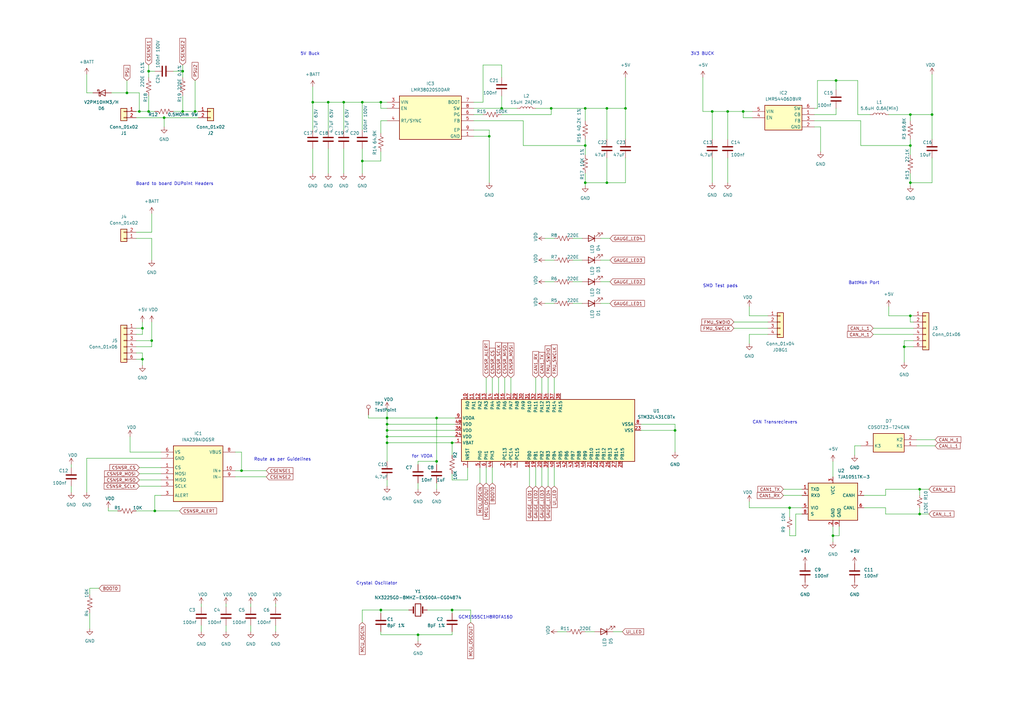
<source format=kicad_sch>
(kicad_sch (version 20230121) (generator eeschema)
  (paper "A3")
  (junction (at 179.07 171.45))
  (junction (at 341.63 219.71))
  (junction (at 52.07 38.1))
  (junction (at 158.75 171.45))
  (junction (at 342.9 33.02))
  (junction (at 158.75 176.53))
  (junction (at 158.75 181.61))
  (junction (at 60.96 45.72))
  (junction (at 140.97 41.91))
  (junction (at 80.01 45.72))
  (junction (at 226.06 44.45))
  (junction (at 58.42 134.62))
  (junction (at 373.38 74.93))
  (junction (at 128.27 41.91))
  (junction (at 240.03 44.45))
  (junction (at 57.15 45.72))
  (junction (at 304.8 45.72))
  (junction (at 158.75 179.07))
  (junction (at 248.92 74.93))
  (junction (at 171.45 260.35))
  (junction (at 240.03 74.93))
  (junction (at 373.38 59.69))
  (junction (at 373.38 129.54))
  (junction (at 292.1 45.72))
  (junction (at 58.42 147.32))
  (junction (at 248.92 44.45))
  (junction (at 148.59 66.04))
  (junction (at 370.84 142.24))
  (junction (at 156.21 250.19))
  (junction (at 185.42 250.19))
  (junction (at 134.62 41.91))
  (junction (at 67.31 48.26))
  (junction (at 323.85 208.28))
  (junction (at 62.23 139.7))
  (junction (at 158.75 173.99))
  (junction (at 373.38 46.99))
  (junction (at 63.5 209.55))
  (junction (at 148.59 41.91))
  (junction (at 200.66 55.88))
  (junction (at 179.07 189.23))
  (junction (at 377.19 210.82))
  (junction (at 205.74 44.45))
  (junction (at 377.19 200.66))
  (junction (at 185.42 181.61))
  (junction (at 276.86 176.53))
  (junction (at 74.93 29.21))
  (junction (at 382.27 46.99))
  (junction (at 99.06 193.04))
  (junction (at 156.21 41.91))
  (junction (at 74.93 45.72))
  (junction (at 240.03 59.69))
  (junction (at 60.96 29.21))
  (junction (at 256.54 44.45))
  (junction (at 298.45 45.72))
  (wire (pts (xy 334.01 52.07) (xy 336.55 52.07)))
  (wire (pts (xy 234.95 97.79) (xy 238.76 97.79)))
  (wire (pts (xy 205.74 44.45) (xy 205.74 39.37)))
  (wire (pts (xy 300.99 132.08) (xy 314.96 132.08)))
  (wire (pts (xy 179.07 171.45) (xy 186.69 171.45)))
  (wire (pts (xy 350.52 186.69) (xy 350.52 182.88)))
  (wire (pts (xy 148.59 60.96) (xy 148.59 66.04)))
  (wire (pts (xy 374.65 129.54) (xy 373.38 129.54)))
  (wire (pts (xy 96.52 195.58) (xy 109.22 195.58)))
  (wire (pts (xy 205.74 26.67) (xy 205.74 31.75)))
  (wire (pts (xy 71.12 45.72) (xy 74.93 45.72)))
  (wire (pts (xy 113.03 259.08) (xy 113.03 256.54)))
  (wire (pts (xy 44.45 209.55) (xy 44.45 208.28)))
  (wire (pts (xy 140.97 41.91) (xy 140.97 53.34)))
  (wire (pts (xy 251.46 259.08) (xy 255.27 259.08)))
  (wire (pts (xy 156.21 66.04) (xy 148.59 66.04)))
  (wire (pts (xy 113.03 247.65) (xy 113.03 248.92)))
  (wire (pts (xy 307.34 205.74) (xy 307.34 208.28)))
  (wire (pts (xy 373.38 46.99) (xy 373.38 49.53)))
  (wire (pts (xy 99.06 185.42) (xy 99.06 193.04)))
  (wire (pts (xy 92.71 259.08) (xy 92.71 256.54)))
  (wire (pts (xy 185.42 181.61) (xy 185.42 186.69)))
  (wire (pts (xy 35.56 30.48) (xy 35.56 38.1)))
  (wire (pts (xy 62.23 142.24) (xy 55.88 142.24)))
  (wire (pts (xy 227.33 154.94) (xy 227.33 161.29)))
  (wire (pts (xy 240.03 259.08) (xy 243.84 259.08)))
  (wire (pts (xy 227.33 191.77) (xy 227.33 199.39)))
  (wire (pts (xy 373.38 132.08) (xy 374.65 132.08)))
  (wire (pts (xy 179.07 171.45) (xy 179.07 189.23)))
  (wire (pts (xy 196.85 191.77) (xy 196.85 198.12)))
  (wire (pts (xy 158.75 176.53) (xy 158.75 179.07)))
  (wire (pts (xy 52.07 38.1) (xy 57.15 38.1)))
  (wire (pts (xy 194.31 44.45) (xy 205.74 44.45)))
  (wire (pts (xy 246.38 106.68) (xy 250.19 106.68)))
  (wire (pts (xy 74.93 45.72) (xy 80.01 45.72)))
  (wire (pts (xy 63.5 209.55) (xy 63.5 203.2)))
  (wire (pts (xy 67.31 48.26) (xy 67.31 52.07)))
  (wire (pts (xy 158.75 171.45) (xy 179.07 171.45)))
  (wire (pts (xy 292.1 64.77) (xy 292.1 74.93)))
  (wire (pts (xy 341.63 215.9) (xy 341.63 219.71)))
  (wire (pts (xy 304.8 48.26) (xy 304.8 45.72)))
  (wire (pts (xy 323.85 208.28) (xy 328.93 208.28)))
  (wire (pts (xy 334.01 44.45) (xy 335.28 44.45)))
  (wire (pts (xy 156.21 62.23) (xy 156.21 66.04)))
  (wire (pts (xy 248.92 44.45) (xy 248.92 57.15)))
  (wire (pts (xy 55.88 97.79) (xy 62.23 97.79)))
  (wire (pts (xy 256.54 31.75) (xy 256.54 44.45)))
  (wire (pts (xy 248.92 44.45) (xy 240.03 44.45)))
  (wire (pts (xy 134.62 60.96) (xy 134.62 71.12)))
  (wire (pts (xy 171.45 200.66) (xy 171.45 198.12)))
  (wire (pts (xy 351.79 33.02) (xy 351.79 46.99)))
  (wire (pts (xy 223.52 106.68) (xy 227.33 106.68)))
  (wire (pts (xy 364.49 125.73) (xy 364.49 129.54)))
  (wire (pts (xy 193.04 250.19) (xy 185.42 250.19)))
  (wire (pts (xy 246.38 124.46) (xy 250.19 124.46)))
  (wire (pts (xy 354.33 203.2) (xy 363.22 203.2)))
  (wire (pts (xy 156.21 44.45) (xy 156.21 41.91)))
  (wire (pts (xy 156.21 250.19) (xy 156.21 251.46)))
  (wire (pts (xy 158.75 44.45) (xy 156.21 44.45)))
  (wire (pts (xy 60.96 45.72) (xy 63.5 45.72)))
  (wire (pts (xy 185.42 250.19) (xy 185.42 251.46)))
  (wire (pts (xy 288.29 31.75) (xy 288.29 45.72)))
  (wire (pts (xy 382.27 30.48) (xy 382.27 46.99)))
  (wire (pts (xy 74.93 29.21) (xy 74.93 31.75)))
  (wire (pts (xy 128.27 35.56) (xy 128.27 41.91)))
  (wire (pts (xy 326.39 219.71) (xy 326.39 210.82)))
  (wire (pts (xy 217.17 199.39) (xy 217.17 191.77)))
  (wire (pts (xy 363.22 210.82) (xy 377.19 210.82)))
  (wire (pts (xy 363.22 203.2) (xy 363.22 200.66)))
  (wire (pts (xy 363.22 200.66) (xy 377.19 200.66)))
  (wire (pts (xy 35.56 201.93) (xy 35.56 187.96)))
  (wire (pts (xy 350.52 182.88) (xy 353.06 182.88)))
  (wire (pts (xy 55.88 45.72) (xy 57.15 45.72)))
  (wire (pts (xy 29.21 201.93) (xy 29.21 199.39)))
  (wire (pts (xy 307.34 129.54) (xy 314.96 129.54)))
  (wire (pts (xy 307.34 208.28) (xy 323.85 208.28)))
  (wire (pts (xy 175.26 250.19) (xy 185.42 250.19)))
  (wire (pts (xy 53.34 185.42) (xy 66.04 185.42)))
  (wire (pts (xy 198.12 41.91) (xy 194.31 41.91)))
  (wire (pts (xy 246.38 115.57) (xy 250.19 115.57)))
  (wire (pts (xy 353.06 49.53) (xy 353.06 59.69)))
  (wire (pts (xy 200.66 53.34) (xy 200.66 55.88)))
  (wire (pts (xy 62.23 139.7) (xy 62.23 142.24)))
  (wire (pts (xy 128.27 41.91) (xy 134.62 41.91)))
  (wire (pts (xy 148.59 255.27) (xy 148.59 250.19)))
  (wire (pts (xy 353.06 59.69) (xy 373.38 59.69)))
  (wire (pts (xy 370.84 142.24) (xy 374.65 142.24)))
  (wire (pts (xy 341.63 219.71) (xy 341.63 222.25)))
  (wire (pts (xy 224.79 199.39) (xy 224.79 191.77)))
  (wire (pts (xy 300.99 134.62) (xy 314.96 134.62)))
  (wire (pts (xy 323.85 208.28) (xy 323.85 212.09)))
  (wire (pts (xy 240.03 74.93) (xy 240.03 76.2)))
  (wire (pts (xy 185.42 196.85) (xy 191.77 196.85)))
  (wire (pts (xy 194.31 46.99) (xy 198.12 46.99)))
  (wire (pts (xy 158.75 173.99) (xy 186.69 173.99)))
  (wire (pts (xy 58.42 144.78) (xy 55.88 144.78)))
  (wire (pts (xy 58.42 149.86) (xy 58.42 147.32)))
  (wire (pts (xy 57.15 196.85) (xy 66.04 196.85)))
  (wire (pts (xy 370.84 142.24) (xy 370.84 148.59)))
  (wire (pts (xy 223.52 124.46) (xy 227.33 124.46)))
  (wire (pts (xy 185.42 194.31) (xy 185.42 196.85)))
  (wire (pts (xy 199.39 154.94) (xy 199.39 161.29)))
  (wire (pts (xy 71.12 29.21) (xy 74.93 29.21)))
  (wire (pts (xy 256.54 74.93) (xy 248.92 74.93)))
  (wire (pts (xy 74.93 26.67) (xy 74.93 29.21)))
  (wire (pts (xy 276.86 176.53) (xy 276.86 185.42)))
  (wire (pts (xy 158.75 181.61) (xy 158.75 189.23)))
  (wire (pts (xy 148.59 41.91) (xy 156.21 41.91)))
  (wire (pts (xy 323.85 219.71) (xy 326.39 219.71)))
  (wire (pts (xy 128.27 60.96) (xy 128.27 71.12)))
  (wire (pts (xy 248.92 74.93) (xy 240.03 74.93)))
  (wire (pts (xy 240.03 44.45) (xy 226.06 44.45)))
  (wire (pts (xy 45.72 38.1) (xy 52.07 38.1)))
  (wire (pts (xy 344.17 219.71) (xy 341.63 219.71)))
  (wire (pts (xy 334.01 49.53) (xy 353.06 49.53)))
  (wire (pts (xy 334.01 46.99) (xy 342.9 46.99)))
  (wire (pts (xy 198.12 41.91) (xy 198.12 26.67)))
  (wire (pts (xy 370.84 139.7) (xy 374.65 139.7)))
  (wire (pts (xy 335.28 44.45) (xy 335.28 33.02)))
  (wire (pts (xy 96.52 185.42) (xy 99.06 185.42)))
  (wire (pts (xy 158.75 173.99) (xy 158.75 176.53)))
  (wire (pts (xy 298.45 64.77) (xy 298.45 74.93)))
  (wire (pts (xy 185.42 259.08) (xy 185.42 260.35)))
  (wire (pts (xy 209.55 154.94) (xy 209.55 161.29)))
  (wire (pts (xy 67.31 48.26) (xy 81.28 48.26)))
  (wire (pts (xy 314.96 137.16) (xy 307.34 137.16)))
  (wire (pts (xy 58.42 147.32) (xy 55.88 147.32)))
  (wire (pts (xy 205.74 44.45) (xy 212.09 44.45)))
  (wire (pts (xy 80.01 45.72) (xy 81.28 45.72)))
  (wire (pts (xy 228.6 259.08) (xy 232.41 259.08)))
  (wire (pts (xy 382.27 74.93) (xy 373.38 74.93)))
  (wire (pts (xy 377.19 208.28) (xy 377.19 210.82)))
  (wire (pts (xy 382.27 57.15) (xy 382.27 46.99)))
  (wire (pts (xy 62.23 87.63) (xy 62.23 95.25)))
  (wire (pts (xy 57.15 45.72) (xy 60.96 45.72)))
  (wire (pts (xy 226.06 46.99) (xy 205.74 46.99)))
  (wire (pts (xy 240.03 44.45) (xy 240.03 49.53)))
  (wire (pts (xy 234.95 106.68) (xy 238.76 106.68)))
  (wire (pts (xy 62.23 139.7) (xy 55.88 139.7)))
  (wire (pts (xy 204.47 154.94) (xy 204.47 161.29)))
  (wire (pts (xy 199.39 191.77) (xy 199.39 198.12)))
  (wire (pts (xy 171.45 260.35) (xy 171.45 262.89)))
  (wire (pts (xy 323.85 217.17) (xy 323.85 219.71)))
  (wire (pts (xy 198.12 26.67) (xy 205.74 26.67)))
  (wire (pts (xy 128.27 41.91) (xy 128.27 53.34)))
  (wire (pts (xy 55.88 209.55) (xy 63.5 209.55)))
  (wire (pts (xy 335.28 33.02) (xy 342.9 33.02)))
  (wire (pts (xy 158.75 176.53) (xy 186.69 176.53)))
  (wire (pts (xy 219.71 154.94) (xy 219.71 161.29)))
  (wire (pts (xy 383.54 182.88) (xy 375.92 182.88)))
  (wire (pts (xy 240.03 57.15) (xy 240.03 59.69)))
  (wire (pts (xy 102.87 247.65) (xy 102.87 248.92)))
  (wire (pts (xy 240.03 71.12) (xy 240.03 74.93)))
  (wire (pts (xy 156.21 49.53) (xy 158.75 49.53)))
  (wire (pts (xy 256.54 64.77) (xy 256.54 74.93)))
  (wire (pts (xy 57.15 191.77) (xy 66.04 191.77)))
  (wire (pts (xy 191.77 196.85) (xy 191.77 191.77)))
  (wire (pts (xy 222.25 154.94) (xy 222.25 161.29)))
  (wire (pts (xy 201.93 154.94) (xy 201.93 161.29)))
  (wire (pts (xy 256.54 44.45) (xy 248.92 44.45)))
  (wire (pts (xy 82.55 259.08) (xy 82.55 256.54)))
  (wire (pts (xy 158.75 179.07) (xy 158.75 181.61)))
  (wire (pts (xy 262.89 176.53) (xy 276.86 176.53)))
  (wire (pts (xy 224.79 154.94) (xy 224.79 161.29)))
  (wire (pts (xy 55.88 137.16) (xy 58.42 137.16)))
  (wire (pts (xy 57.15 199.39) (xy 66.04 199.39)))
  (wire (pts (xy 148.59 41.91) (xy 148.59 53.34)))
  (wire (pts (xy 96.52 193.04) (xy 99.06 193.04)))
  (wire (pts (xy 60.96 39.37) (xy 60.96 45.72)))
  (wire (pts (xy 342.9 33.02) (xy 342.9 36.83)))
  (wire (pts (xy 214.63 59.69) (xy 214.63 49.53)))
  (wire (pts (xy 185.42 181.61) (xy 186.69 181.61)))
  (wire (pts (xy 344.17 215.9) (xy 344.17 219.71)))
  (wire (pts (xy 53.34 179.07) (xy 53.34 185.42)))
  (wire (pts (xy 58.42 137.16) (xy 58.42 134.62)))
  (wire (pts (xy 167.64 250.19) (xy 156.21 250.19)))
  (wire (pts (xy 194.31 55.88) (xy 200.66 55.88)))
  (wire (pts (xy 179.07 189.23) (xy 179.07 190.5)))
  (wire (pts (xy 383.54 180.34) (xy 375.92 180.34)))
  (wire (pts (xy 158.75 181.61) (xy 185.42 181.61)))
  (wire (pts (xy 60.96 26.67) (xy 60.96 29.21)))
  (wire (pts (xy 246.38 97.79) (xy 250.19 97.79)))
  (wire (pts (xy 298.45 45.72) (xy 298.45 57.15)))
  (wire (pts (xy 373.38 74.93) (xy 373.38 76.2)))
  (wire (pts (xy 342.9 46.99) (xy 342.9 44.45)))
  (wire (pts (xy 307.34 125.73) (xy 307.34 129.54)))
  (wire (pts (xy 377.19 200.66) (xy 377.19 203.2)))
  (wire (pts (xy 373.38 129.54) (xy 373.38 132.08)))
  (wire (pts (xy 134.62 41.91) (xy 140.97 41.91)))
  (wire (pts (xy 179.07 198.12) (xy 179.07 200.66)))
  (wire (pts (xy 58.42 147.32) (xy 58.42 144.78)))
  (wire (pts (xy 256.54 57.15) (xy 256.54 44.45)))
  (wire (pts (xy 57.15 38.1) (xy 57.15 45.72)))
  (wire (pts (xy 156.21 259.08) (xy 156.21 260.35)))
  (wire (pts (xy 223.52 97.79) (xy 227.33 97.79)))
  (wire (pts (xy 151.13 170.18) (xy 151.13 171.45)))
  (wire (pts (xy 234.95 115.57) (xy 238.76 115.57)))
  (wire (pts (xy 62.23 132.08) (xy 62.23 139.7)))
  (wire (pts (xy 222.25 199.39) (xy 222.25 191.77)))
  (wire (pts (xy 373.38 57.15) (xy 373.38 59.69)))
  (wire (pts (xy 226.06 44.45) (xy 226.06 46.99)))
  (wire (pts (xy 158.75 171.45) (xy 158.75 173.99)))
  (wire (pts (xy 140.97 60.96) (xy 140.97 71.12)))
  (wire (pts (xy 336.55 52.07) (xy 336.55 62.23)))
  (wire (pts (xy 194.31 53.34) (xy 200.66 53.34)))
  (wire (pts (xy 156.21 54.61) (xy 156.21 49.53)))
  (wire (pts (xy 363.22 208.28) (xy 363.22 210.82)))
  (wire (pts (xy 35.56 38.1) (xy 38.1 38.1)))
  (wire (pts (xy 36.83 257.81) (xy 36.83 251.46)))
  (wire (pts (xy 219.71 199.39) (xy 219.71 191.77)))
  (wire (pts (xy 151.13 171.45) (xy 158.75 171.45)))
  (wire (pts (xy 36.83 243.84) (xy 36.83 241.3)))
  (wire (pts (xy 48.26 209.55) (xy 44.45 209.55)))
  (wire (pts (xy 134.62 41.91) (xy 134.62 53.34)))
  (wire (pts (xy 214.63 59.69) (xy 240.03 59.69)))
  (wire (pts (xy 307.34 137.16) (xy 307.34 140.97)))
  (wire (pts (xy 219.71 44.45) (xy 226.06 44.45)))
  (wire (pts (xy 52.07 33.02) (xy 52.07 38.1)))
  (wire (pts (xy 156.21 260.35) (xy 171.45 260.35)))
  (wire (pts (xy 382.27 46.99) (xy 373.38 46.99)))
  (wire (pts (xy 234.95 124.46) (xy 238.76 124.46)))
  (wire (pts (xy 62.23 95.25) (xy 55.88 95.25)))
  (wire (pts (xy 342.9 33.02) (xy 351.79 33.02)))
  (wire (pts (xy 223.52 115.57) (xy 227.33 115.57)))
  (wire (pts (xy 201.93 191.77) (xy 201.93 198.12)))
  (wire (pts (xy 57.15 194.31) (xy 66.04 194.31)))
  (wire (pts (xy 374.65 137.16) (xy 358.14 137.16)))
  (wire (pts (xy 364.49 129.54) (xy 373.38 129.54)))
  (wire (pts (xy 99.06 193.04) (xy 109.22 193.04)))
  (wire (pts (xy 63.5 203.2) (xy 66.04 203.2)))
  (wire (pts (xy 374.65 134.62) (xy 358.14 134.62)))
  (wire (pts (xy 102.87 259.08) (xy 102.87 256.54)))
  (wire (pts (xy 92.71 247.65) (xy 92.71 248.92)))
  (wire (pts (xy 298.45 45.72) (xy 304.8 45.72)))
  (wire (pts (xy 292.1 45.72) (xy 292.1 57.15)))
  (wire (pts (xy 36.83 241.3) (xy 40.64 241.3)))
  (wire (pts (xy 29.21 190.5) (xy 29.21 191.77)))
  (wire (pts (xy 140.97 41.91) (xy 148.59 41.91)))
  (wire (pts (xy 321.31 203.2) (xy 328.93 203.2)))
  (wire (pts (xy 341.63 189.23) (xy 341.63 195.58)))
  (wire (pts (xy 377.19 200.66) (xy 381 200.66)))
  (wire (pts (xy 288.29 45.72) (xy 292.1 45.72)))
  (wire (pts (xy 60.96 29.21) (xy 60.96 31.75)))
  (wire (pts (xy 171.45 189.23) (xy 179.07 189.23)))
  (wire (pts (xy 193.04 255.27) (xy 193.04 250.19)))
  (wire (pts (xy 354.33 208.28) (xy 363.22 208.28)))
  (wire (pts (xy 185.42 260.35) (xy 171.45 260.35)))
  (wire (pts (xy 58.42 132.08) (xy 58.42 134.62)))
  (wire (pts (xy 240.03 59.69) (xy 240.03 63.5)))
  (wire (pts (xy 351.79 46.99) (xy 356.87 46.99)))
  (wire (pts (xy 382.27 64.77) (xy 382.27 74.93)))
  (wire (pts (xy 207.01 154.94) (xy 207.01 161.29)))
  (wire (pts (xy 158.75 167.64) (xy 158.75 171.45)))
  (wire (pts (xy 148.59 250.19) (xy 156.21 250.19)))
  (wire (pts (xy 171.45 190.5) (xy 171.45 189.23)))
  (wire (pts (xy 276.86 173.99) (xy 276.86 176.53)))
  (wire (pts (xy 60.96 29.21) (xy 63.5 29.21)))
  (wire (pts (xy 292.1 45.72) (xy 298.45 45.72)))
  (wire (pts (xy 55.88 48.26) (xy 67.31 48.26)))
  (wire (pts (xy 35.56 187.96) (xy 66.04 187.96)))
  (wire (pts (xy 377.19 210.82) (xy 381 210.82)))
  (wire (pts (xy 370.84 139.7) (xy 370.84 142.24)))
  (wire (pts (xy 326.39 210.82) (xy 328.93 210.82)))
  (wire (pts (xy 156.21 41.91) (xy 158.75 41.91)))
  (wire (pts (xy 373.38 71.12) (xy 373.38 74.93)))
  (wire (pts (xy 214.63 49.53) (xy 194.31 49.53)))
  (wire (pts (xy 321.31 200.66) (xy 328.93 200.66)))
  (wire (pts (xy 158.75 196.85) (xy 158.75 199.39)))
  (wire (pts (xy 364.49 46.99) (xy 373.38 46.99)))
  (wire (pts (xy 80.01 33.02) (xy 80.01 45.72)))
  (wire (pts (xy 248.92 64.77) (xy 248.92 74.93)))
  (wire (pts (xy 200.66 55.88) (xy 200.66 74.93)))
  (wire (pts (xy 304.8 45.72) (xy 308.61 45.72)))
  (wire (pts (xy 308.61 48.26) (xy 304.8 48.26)))
  (wire (pts (xy 58.42 134.62) (xy 55.88 134.62)))
  (wire (pts (xy 74.93 39.37) (xy 74.93 45.72)))
  (wire (pts (xy 82.55 247.65) (xy 82.55 248.92)))
  (wire (pts (xy 373.38 59.69) (xy 373.38 63.5)))
  (wire (pts (xy 158.75 179.07) (xy 186.69 179.07)))
  (wire (pts (xy 73.66 209.55) (xy 63.5 209.55)))
  (wire (pts (xy 262.89 173.99) (xy 276.86 173.99)))
  (wire (pts (xy 148.59 66.04) (xy 148.59 71.12)))
  (wire (pts (xy 62.23 97.79) (xy 62.23 106.68)))
  (text "Crystal Oscillator" (at 146.05 240.03 0) (effects (font (size 1.27 1.27)) (justify left bottom)))
  (text "5V Buck" (at 123.19 22.86 0) (effects (font (size 1.27 1.27)) (justify left bottom)))
  (text "BattMon Port" (at 347.98 116.84 0) (effects (font (size 1.27 1.27)) (justify left bottom)))
  (text "Route as per Guidelines" (at 104.14 189.23 0) (effects (font (size 1.27 1.27)) (justify left bottom)))
  (text "SMD Test pads" (at 288.29 118.11 0) (effects (font (size 1.27 1.27)) (justify left bottom)))
  (text "GCM1555C1H8R0FA16D" (at 187.96 254 0) (effects (font (size 1.27 1.27)) (justify left bottom)))
  (text "CAN Transrecievers" (at 308.61 173.99 0) (effects (font (size 1.27 1.27)) (justify left bottom)))
  (text "Board to board DUPoint Headers" (at 87.63 76.2 0) (effects (font (size 1.27 1.27)) (justify right bottom)))
  (text "3V3 BUCK" (at 283.21 22.86 0) (effects (font (size 1.27 1.27)) (justify left bottom)))
  (text "for VDDA" (at 168.91 187.96 0) (effects (font (size 1.27 1.27)) (justify left bottom)))
  (global_label "PSU2" (shape input) (at 80.01 33.02 90) (property "Intersheetrefs" "${INTERSHEET_REFS}" (effects hide)))
  (global_label "GAUGE_LED1" (shape input) (at 250.19 124.46 0) (property "Intersheetrefs" "${INTERSHEET_REFS}" (effects hide)))
  (global_label "PSU" (shape input) (at 52.07 33.02 90) (property "Intersheetrefs" "${INTERSHEET_REFS}" (effects hide)))
  (global_label "CSENSE1" (shape input) (at 60.96 26.67 90) (property "Intersheetrefs" "${INTERSHEET_REFS}" (effects hide)))
  (global_label "UI_LED" (shape input) (at 227.33 199.39 270) (property "Intersheetrefs" "${INTERSHEET_REFS}" (effects hide)))
  (global_label "CAN1_TX" (shape input) (at 222.25 154.94 90) (property "Intersheetrefs" "${INTERSHEET_REFS}" (effects hide)))
  (global_label "CSNSR_ALERT" (shape input) (at 199.39 154.94 90) (property "Intersheetrefs" "${INTERSHEET_REFS}" (effects hide)))
  (global_label "CSNSR_MOSI" (shape input) (at 209.55 154.94 90) (property "Intersheetrefs" "${INTERSHEET_REFS}" (effects hide)))
  (global_label "CAN1_RX" (shape input) (at 321.31 203.2 180) (property "Intersheetrefs" "${INTERSHEET_REFS}" (effects hide)))
  (global_label "CSENSE2" (shape input) (at 74.93 26.67 90) (property "Intersheetrefs" "${INTERSHEET_REFS}" (effects hide)))
  (global_label "GAUGE_LED2" (shape input) (at 219.71 199.39 270) (property "Intersheetrefs" "${INTERSHEET_REFS}" (effects hide)))
  (global_label "MCU_OSCOUT" (shape input) (at 199.39 198.12 270) (property "Intersheetrefs" "${INTERSHEET_REFS}" (effects hide)))
  (global_label "GAUGE_LED3" (shape input) (at 250.19 106.68 0) (property "Intersheetrefs" "${INTERSHEET_REFS}" (effects hide)))
  (global_label "CSNSR_MISO" (shape input) (at 207.01 154.94 90) (property "Intersheetrefs" "${INTERSHEET_REFS}" (effects hide)))
  (global_label "GAUGE_LED4" (shape input) (at 250.19 97.79 0) (property "Intersheetrefs" "${INTERSHEET_REFS}" (effects hide)))
  (global_label "CSENSE2" (shape input) (at 109.22 195.58 0) (property "Intersheetrefs" "${INTERSHEET_REFS}" (effects hide)))
  (global_label "CAN_L_1" (shape input) (at 383.54 182.88 0) (property "Intersheetrefs" "${INTERSHEET_REFS}" (effects hide)))
  (global_label "FMU_SWDIO" (shape input) (at 224.79 154.94 90) (property "Intersheetrefs" "${INTERSHEET_REFS}" (effects hide)))
  (global_label "CSENSE1" (shape input) (at 109.22 193.04 0) (property "Intersheetrefs" "${INTERSHEET_REFS}" (effects hide)))
  (global_label "CAN_L_1" (shape input) (at 381 210.82 0) (property "Intersheetrefs" "${INTERSHEET_REFS}" (effects hide)))
  (global_label "GAUGE_LED4" (shape input) (at 224.79 199.39 270) (property "Intersheetrefs" "${INTERSHEET_REFS}" (effects hide)))
  (global_label "CSNSR_SCLK" (shape input) (at 204.47 154.94 90) (property "Intersheetrefs" "${INTERSHEET_REFS}" (effects hide)))
  (global_label "CAN_H_1" (shape input) (at 358.14 137.16 180) (property "Intersheetrefs" "${INTERSHEET_REFS}" (effects hide)))
  (global_label "CSNSR_CS" (shape input) (at 201.93 154.94 90) (property "Intersheetrefs" "${INTERSHEET_REFS}" (effects hide)))
  (global_label "FMU_SWCLK" (shape input) (at 227.33 154.94 90) (property "Intersheetrefs" "${INTERSHEET_REFS}" (effects hide)))
  (global_label "UI_LED" (shape input) (at 255.27 259.08 0) (property "Intersheetrefs" "${INTERSHEET_REFS}" (effects hide)))
  (global_label "FMU_SWDIO" (shape input) (at 300.99 132.08 180) (property "Intersheetrefs" "${INTERSHEET_REFS}" (effects hide)))
  (global_label "BOOT0" (shape input) (at 40.64 241.3 0) (property "Intersheetrefs" "${INTERSHEET_REFS}" (effects hide)))
  (global_label "CAN1_RX" (shape input) (at 219.71 154.94 90) (property "Intersheetrefs" "${INTERSHEET_REFS}" (effects hide)))
  (global_label "CAN_L_1" (shape input) (at 358.14 134.62 180) (property "Intersheetrefs" "${INTERSHEET_REFS}" (effects hide)))
  (global_label "FMU_SWCLK" (shape input) (at 300.99 134.62 180) (property "Intersheetrefs" "${INTERSHEET_REFS}" (effects hide)))
  (global_label "MCU_OSCIN" (shape input) (at 148.59 255.27 270) (property "Intersheetrefs" "${INTERSHEET_REFS}" (effects hide)))
  (global_label "CSNSR_SCLK" (shape input) (at 57.15 199.39 180) (property "Intersheetrefs" "${INTERSHEET_REFS}" (effects hide)))
  (global_label "BOOT0" (shape input) (at 201.93 198.12 270) (property "Intersheetrefs" "${INTERSHEET_REFS}" (effects hide)))
  (global_label "GAUGE_LED3" (shape input) (at 222.25 199.39 270) (property "Intersheetrefs" "${INTERSHEET_REFS}" (effects hide)))
  (global_label "MCU_OSCIN" (shape input) (at 196.85 198.12 270) (property "Intersheetrefs" "${INTERSHEET_REFS}" (effects hide)))
  (global_label "CAN_H_1" (shape input) (at 383.54 180.34 0) (property "Intersheetrefs" "${INTERSHEET_REFS}" (effects hide)))
  (global_label "CSNSR_ALERT" (shape input) (at 73.66 209.55 0) (property "Intersheetrefs" "${INTERSHEET_REFS}" (effects hide)))
  (global_label "GAUGE_LED1" (shape input) (at 217.17 199.39 270) (property "Intersheetrefs" "${INTERSHEET_REFS}" (effects hide)))
  (global_label "CAN_H_1" (shape input) (at 381 200.66 0) (property "Intersheetrefs" "${INTERSHEET_REFS}" (effects hide)))
  (global_label "CSNSR_CS" (shape input) (at 57.15 191.77 180) (property "Intersheetrefs" "${INTERSHEET_REFS}" (effects hide)))
  (global_label "CSNSR_MOSI" (shape input) (at 57.15 194.31 180) (property "Intersheetrefs" "${INTERSHEET_REFS}" (effects hide)))
  (global_label "CAN1_TX" (shape input) (at 321.31 200.66 180) (property "Intersheetrefs" "${INTERSHEET_REFS}" (effects hide)))
  (global_label "GAUGE_LED2" (shape input) (at 250.19 115.57 0) (property "Intersheetrefs" "${INTERSHEET_REFS}" (effects hide)))
  (global_label "CSNSR_MISO" (shape input) (at 57.15 196.85 180) (property "Intersheetrefs" "${INTERSHEET_REFS}" (effects hide)))
  (global_label "MCU_OSCOUT" (shape input) (at 193.04 255.27 270) (property "Intersheetrefs" "${INTERSHEET_REFS}" (effects hide)))
  (symbol (lib_id "power:VDD") (at 223.52 115.57 90) (unit 1)
    (property "Reference" "#PWR015" (effects hide))
    (property "Value" "VDD" (at 219.71 116.84 0) (effects (justify left)))
  )
  (symbol (lib_id "Device:R_Small_US") (at 377.19 205.74 0) (unit 1)
    (property "Reference" "R10" (at 379.73 203.2 90))
    (property "Value" "120E" (at 379.73 208.28 90))
    (property "Footprint" "Resistor_SMD:R_0402_1005Metric" (effects hide))
  )
  (symbol (lib_id "power:+5V") (at 341.63 189.23 0) (unit 1)
    (property "Reference" "#PWR029" (effects hide))
    (property "Value" "+5V" (at 341.63 184.15 0))
  )
  (symbol (lib_id "power:GND") (at 58.42 149.86 0) (mirror y) (unit 1)
    (property "Reference" "#PWR037" (effects hide))
    (property "Value" "GND" (at 58.42 154.94 0))
  )
  (symbol (lib_id "Device:C") (at 350.52 234.95 0) (unit 1)
    (property "Reference" "C11" (at 354.33 233.6799 0) (effects (justify left)))
    (property "Value" "100nF" (at 354.33 236.2199 0) (effects (justify left)))
    (property "Footprint" "Capacitor_SMD:C_0201_0603Metric" (effects hide))
  )
  (symbol (lib_id "Device:R_US") (at 240.03 67.31 0) (unit 1)
    (property "Reference" "R17" (at 238.76 69.85 90) (effects (justify right)))
    (property "Value" "10K 1%" (at 238.76 60.96 90) (effects (justify right)))
    (property "Footprint" "Capacitor_SMD:C_0201_0603Metric" (effects hide))
  )
  (symbol (lib_id "power:GND") (at 330.2 238.76 0) (unit 1)
    (property "Reference" "#PWR023" (effects hide))
    (property "Value" "GND" (at 330.2 243.84 0))
  )
  (symbol (lib_id "Device:C") (at 248.92 60.96 0) (unit 1)
    (property "Reference" "C22" (at 245.11 58.42 0) (effects (justify left)))
    (property "Value" "47uF" (at 243.84 63.5 0) (effects (justify left)))
    (property "Footprint" "Capacitor_SMD:C_0805_2012Metric" (effects hide))
  )
  (symbol (lib_id "Device:R_US") (at 67.31 45.72 270) (mirror x) (unit 1)
    (property "Reference" "R12" (at 64.77 46.99 90) (effects (justify right)))
    (property "Value" "0.5MOhm 9W" (at 81.28 46.99 90) (effects (justify right)))
    (property "Footprint" "BVS-M-R0005-1.0:BVS-M-R0005-1.0" (effects hide))
  )
  (symbol (lib_id "power:+BATT") (at 62.23 87.63 0) (mirror y) (unit 1)
    (property "Reference" "#PWR033" (effects hide))
    (property "Value" "+BATT" (at 62.23 82.55 0))
  )
  (symbol (lib_id "power:GND") (at 29.21 201.93 0) (unit 1)
    (property "Reference" "#PWR040" (effects hide))
    (property "Value" "GND" (at 29.21 207.01 0))
  )
  (symbol (lib_id "power:GND") (at 292.1 74.93 0) (unit 1)
    (property "Reference" "#PWR045" (effects hide))
    (property "Value" "GND" (at 292.1 80.01 0))
  )
  (symbol (lib_id "Device:D_Schottky") (at 41.91 38.1 0) (unit 1)
    (property "Reference" "D6" (at 41.5925 44.45 0))
    (property "Value" "V2PM10HM3/H" (at 41.5925 41.91 0))
    (property "Footprint" "Diode_SMD:D_MicroSMP_AK" (effects hide))
  )
  (symbol (lib_id "power:GND") (at 92.71 259.08 0) (unit 1)
    (property "Reference" "#PWR07" (effects hide))
    (property "Value" "GND" (at 92.71 264.16 0))
  )
  (symbol (lib_id "power:GND") (at 373.38 76.2 0) (unit 1)
    (property "Reference" "#PWR048" (effects hide))
    (property "Value" "GND" (at 373.38 81.28 0))
  )
  (symbol (lib_id "power:GND") (at 307.34 140.97 0) (unit 1)
    (property "Reference" "#PWR019" (effects hide))
    (property "Value" "GND" (at 307.34 146.05 0))
  )
  (symbol (lib_id "Device:C") (at 158.75 193.04 0) (unit 1)
    (property "Reference" "C10" (at 154.94 190.5 0) (effects (justify left)))
    (property "Value" "4.7uF" (at 153.67 195.58 0) (effects (justify left)))
    (property "Footprint" "Capacitor_SMD:C_0201_0603Metric" (effects hide))
  )
  (symbol (lib_id "Device:R_US") (at 240.03 53.34 0) (unit 1)
    (property "Reference" "R16" (at 237.49 54.61 90) (effects (justify right)))
    (property "Value" "40.2K 1%" (at 237.49 44.45 90) (effects (justify right)))
    (property "Footprint" "Capacitor_SMD:C_0201_0603Metric" (effects hide))
  )
  (symbol (lib_id "INA239AIDGSR:INA239AIDGSR") (at 64.77 181.61 0) (unit 1)
    (property "Reference" "IC1" (at 81.28 177.8 0))
    (property "Value" "INA239AIDGSR" (at 81.28 180.34 0))
    (property "Footprint" "INA239AIDGSR:SOP50P490X110-10N" (effects hide))
    (property "Datasheet" "https://www.ti.com/lit/ds/symlink/ina239.pdf?ts=1614782670721" (effects hide))
    (property "Height" "1.1" (effects hide))
    (property "Mouser Part Number" "595-INA239AIDGSR" (effects hide))
    (property "Mouser Price/Stock" "https://www.mouser.co.uk/ProductDetail/Texas-Instruments/INA239AIDGSR?qs=DRkmTr78QASO8y6Kfjsnog%3D%3D" (effects hide))
    (property "Manufacturer_Name" "Texas Instruments" (effects hide))
    (property "Manufacturer_Part_Number" "INA239AIDGSR" (effects hide))
  )
  (symbol (lib_id "Device:Crystal") (at 171.45 250.19 0) (unit 1)
    (property "Reference" "Y1" (at 171.45 242.57 0))
    (property "Value" "NX3225GD-8MHZ-EXS00A-CG04874\n" (at 171.45 245.11 0))
    (property "Footprint" "NX3225GD-8MHZ-EXS00A-CG04874:NX3225GD8MHZSTDCRA3" (effects hide))
  )
  (symbol (lib_id "Device:LED") (at 242.57 106.68 180) (unit 1)
    (property "Reference" "D3" (at 245.4275 109.22 90) (effects (justify left)))
    (property "Value" "LED" (at 242.8875 109.22 90) (effects (justify left)))
    (property "Footprint" "LED_SMD:LED_0603_1608Metric" (effects hide))
  )
  (symbol (lib_id "Device:C") (at 205.74 35.56 0) (unit 1)
    (property "Reference" "C21" (at 200.66 33.02 0) (effects (justify left)))
    (property "Value" "100nf" (at 198.12 38.1 0) (effects (justify left)))
    (property "Footprint" "Capacitor_SMD:C_0201_0603Metric" (effects hide))
  )
  (symbol (lib_id "power:VDD") (at 223.52 97.79 90) (unit 1)
    (property "Reference" "#PWR017" (effects hide))
    (property "Value" "VDD" (at 219.71 99.06 0) (effects (justify left)))
  )
  (symbol (lib_id "Device:L") (at 360.68 46.99 90) (unit 1)
    (property "Reference" "L1" (at 360.68 41.91 90))
    (property "Value" "5.6uH 0.6A(Min)" (at 360.68 44.45 90))
    (property "Footprint" "78438356056 :Inductor" (effects hide))
  )
  (symbol (lib_id "power:VDD") (at 92.71 247.65 0) (unit 1)
    (property "Reference" "#PWR06" (effects hide))
    (property "Value" "VDD" (at 91.44 243.84 0) (effects (justify left)))
  )
  (symbol (lib_id "Connector:TestPoint") (at 151.13 170.18 0) (unit 1)
    (property "Reference" "TP2" (at 153.67 165.608 0) (effects (justify left)))
    (property "Value" "TestPoint" (at 153.67 168.148 0) (effects (justify left)))
    (property "Footprint" "TestPoint:TestPoint_Pad_D1.0mm" (effects hide))
  )
  (symbol (lib_id "power:+BATT") (at 35.56 30.48 0) (unit 1)
    (property "Reference" "#PWR032" (effects hide))
    (property "Value" "+BATT" (at 35.56 25.4 0))
  )
  (symbol (lib_id "power:+5V") (at 350.52 231.14 0) (unit 1)
    (property "Reference" "#PWR031" (effects hide))
    (property "Value" "+5V" (at 350.52 226.06 0))
  )
  (symbol (lib_id "Connector_Generic:Conn_01x04") (at 320.04 132.08 0) (unit 1)
    (property "Reference" "JDBG1" (at 320.04 143.51 0))
    (property "Value" "Conn_01x04" (at 320.04 140.97 0))
    (property "Footprint" "Connector_PinHeader_1.00mm:PinHeader_1x04_P1.00mm_Vertical_SMD_Pin1Left" (effects hide))
  )
  (symbol (lib_id "power:GND") (at 140.97 71.12 0) (unit 1)
    (property "Reference" "#PWR053" (effects hide))
    (property "Value" "GND" (at 140.97 76.2 0))
  )
  (symbol (lib_id "power:GND") (at 62.23 106.68 0) (mirror y) (unit 1)
    (property "Reference" "#PWR034" (effects hide))
    (property "Value" "GND" (at 62.23 111.76 0))
  )
  (symbol (lib_id "Device:C") (at 179.07 194.31 0) (unit 1)
    (property "Reference" "C8" (at 175.26 191.77 0) (effects (justify left)))
    (property "Value" "1uF" (at 179.07 196.85 0) (effects (justify left)))
    (property "Footprint" "Capacitor_SMD:C_0201_0603Metric" (effects hide))
  )
  (symbol (lib_id "power:VDD") (at 29.21 190.5 0) (unit 1)
    (property "Reference" "#PWR039" (effects hide))
    (property "Value" "VDD" (at 27.94 186.69 0) (effects (justify left)))
  )
  (symbol (lib_id "power:GND") (at 148.59 71.12 0) (unit 1)
    (property "Reference" "#PWR054" (effects hide))
    (property "Value" "GND" (at 148.59 76.2 0))
  )
  (symbol (lib_id "power:GND") (at 171.45 262.89 0) (unit 1)
    (property "Reference" "#PWR03" (effects hide))
    (property "Value" "GND" (at 171.45 267.97 0))
  )
  (symbol (lib_id "Device:C") (at 330.2 234.95 0) (unit 1)
    (property "Reference" "C9" (at 334.01 233.6799 0) (effects (justify left)))
    (property "Value" "100nF" (at 334.01 236.2199 0) (effects (justify left)))
    (property "Footprint" "Capacitor_SMD:C_0201_0603Metric" (effects hide))
  )
  (symbol (lib_id "Connector_Generic:Conn_01x02") (at 86.36 45.72 0) (unit 1)
    (property "Reference" "J2" (at 86.36 54.61 0))
    (property "Value" "Conn_01x02" (at 86.36 52.07 0))
    (property "Footprint" "Connector_AMASS:AMASS_XT60PW-F_1x02_P7.20mm_Horizontal" (effects hide))
  )
  (symbol (lib_id "Device:C") (at 256.54 60.96 0) (unit 1)
    (property "Reference" "C23" (at 252.73 58.42 0) (effects (justify left)))
    (property "Value" "47uF" (at 251.46 63.5 0) (effects (justify left)))
    (property "Footprint" "Capacitor_SMD:C_0805_2012Metric" (effects hide))
  )
  (symbol (lib_id "Device:R_US") (at 373.38 53.34 0) (unit 1)
    (property "Reference" "R3" (at 370.84 54.61 90) (effects (justify right)))
    (property "Value" "69.8K" (at 370.84 48.26 90) (effects (justify right)))
    (property "Footprint" "Capacitor_SMD:C_0201_0603Metric" (effects hide))
  )
  (symbol (lib_id "power:VDD") (at 223.52 124.46 90) (unit 1)
    (property "Reference" "#PWR014" (effects hide))
    (property "Value" "VDD" (at 219.71 125.73 0) (effects (justify left)))
  )
  (symbol (lib_id "power:VDD") (at 307.34 125.73 0) (mirror y) (unit 1)
    (property "Reference" "#PWR027" (effects hide))
    (property "Value" "VDD" (at 308.61 121.92 0) (effects (justify left)))
  )
  (symbol (lib_id "power:GND") (at 336.55 62.23 0) (unit 1)
    (property "Reference" "#PWR047" (effects hide))
    (property "Value" "GND" (at 336.55 67.31 0))
  )
  (symbol (lib_id "MCU_ST_STM32L4:STM32L431CBTx") (at 224.79 176.53 90) (unit 1)
    (property "Reference" "U1" (at 269.24 168.4939 90))
    (property "Value" "STM32L431CBTx" (at 269.24 171.0339 90))
    (property "Footprint" "Package_QFP:LQFP-48_7x7mm_P0.5mm" (effects hide))
    (property "Datasheet" "https://www.st.com/resource/en/datasheet/stm32l431cb.pdf" (effects hide))
  )
  (symbol (lib_id "Device:R_US") (at 231.14 124.46 270) (unit 1)
    (property "Reference" "R5" (at 228.6 123.19 90) (effects (justify right)))
    (property "Value" "220E" (at 237.49 123.19 90) (effects (justify right)))
    (property "Footprint" "Resistor_SMD:R_0201_0603Metric" (effects hide))
  )
  (symbol (lib_id "power:+5V") (at 364.49 125.73 0) (unit 1)
    (property "Reference" "#PWR022" (effects hide))
    (property "Value" "+5V" (at 364.49 120.65 0))
  )
  (symbol (lib_id "Device:C") (at 382.27 60.96 0) (unit 1)
    (property "Reference" "C16" (at 378.46 58.42 0) (effects (justify left)))
    (property "Value" "10uF" (at 377.19 63.5 0) (effects (justify left)))
    (property "Footprint" "Capacitor_SMD:C_0402_1005Metric" (effects hide))
  )
  (symbol (lib_id "power:VDD") (at 44.45 208.28 0) (unit 1)
    (property "Reference" "#PWR042" (effects hide))
    (property "Value" "VDD" (at 43.18 204.47 0) (effects (justify left)))
  )
  (symbol (lib_id "Device:C") (at 171.45 194.31 0) (unit 1)
    (property "Reference" "C7" (at 166.37 191.77 0) (effects (justify left)))
    (property "Value" "10nf" (at 172.72 196.85 0) (effects (justify left)))
    (property "Footprint" "Capacitor_SMD:C_0402_1005Metric" (effects hide))
  )
  (symbol (lib_id "power:+BATT") (at 128.27 35.56 0) (unit 1)
    (property "Reference" "#PWR056" (effects hide))
    (property "Value" "+BATT" (at 128.27 30.48 0))
  )
  (symbol (lib_id "Device:R_US") (at 231.14 115.57 270) (unit 1)
    (property "Reference" "R6" (at 228.6 114.3 90) (effects (justify right)))
    (property "Value" "220E" (at 237.49 114.3 90) (effects (justify right)))
    (property "Footprint" "Resistor_SMD:R_0201_0603Metric" (effects hide))
  )
  (symbol (lib_id "Device:R_US") (at 74.93 35.56 0) (unit 1)
    (property "Reference" "R19" (at 73.66 38.1 90) (effects (justify right)))
    (property "Value" "220E 0.1%" (at 73.66 26.67 90) (effects (justify right)))
    (property "Footprint" "Resistor_SMD:R_0201_0603Metric" (effects hide))
  )
  (symbol (lib_id "power:VDD") (at 53.34 179.07 0) (unit 1)
    (property "Reference" "#PWR038" (effects hide))
    (property "Value" "VDD" (at 52.07 175.26 0) (effects (justify left)))
  )
  (symbol (lib_id "power:VDD") (at 113.03 247.65 0) (unit 1)
    (property "Reference" "#PWR010" (effects hide))
    (property "Value" "VDD" (at 111.76 243.84 0) (effects (justify left)))
  )
  (symbol (lib_id "power:VDD") (at 82.55 247.65 0) (unit 1)
    (property "Reference" "#PWR04" (effects hide))
    (property "Value" "VDD" (at 81.28 243.84 0) (effects (justify left)))
  )
  (symbol (lib_id "Connector_Generic:Conn_01x06") (at 379.73 134.62 0) (unit 1)
    (property "Reference" "J3" (at 382.27 134.62 0) (effects (justify left)))
    (property "Value" "Conn_01x06" (at 382.27 137.16 0) (effects (justify left)))
    (property "Footprint" "Connector_JST:JST_GH_SM06B-GHS-TB_1x06-1MP_P1.25mm_Horizontal" (effects hide))
  )
  (symbol (lib_id "Device:C") (at 185.42 255.27 0) (unit 1)
    (property "Reference" "C2" (at 179.07 254 0) (effects (justify left)))
    (property "Value" "8pF 1%" (at 175.26 256.54 0) (effects (justify left)))
    (property "Footprint" "Capacitor_SMD:C_0402_1005Metric" (effects hide))
  )
  (symbol (lib_id "Device:C") (at 92.71 252.73 0) (unit 1)
    (property "Reference" "C4" (at 87.63 250.19 0) (effects (justify left)))
    (property "Value" "100nf" (at 85.09 255.27 0) (effects (justify left)))
    (property "Footprint" "Capacitor_SMD:C_0201_0603Metric" (effects hide))
  )
  (symbol (lib_id "power:GND") (at 240.03 76.2 0) (unit 1)
    (property "Reference" "#PWR055" (effects hide))
    (property "Value" "GND" (at 240.03 81.28 0))
  )
  (symbol (lib_id "power:+5V") (at 288.29 31.75 0) (unit 1)
    (property "Reference" "#PWR050" (effects hide))
    (property "Value" "+5V" (at 288.29 26.67 0))
  )
  (symbol (lib_id "power:GND") (at 102.87 259.08 0) (unit 1)
    (property "Reference" "#PWR09" (effects hide))
    (property "Value" "GND" (at 102.87 264.16 0))
  )
  (symbol (lib_id "Device:LED") (at 242.57 115.57 180) (unit 1)
    (property "Reference" "D2" (at 245.4275 118.11 90) (effects (justify left)))
    (property "Value" "LED" (at 242.8875 118.11 90) (effects (justify left)))
    (property "Footprint" "LED_SMD:LED_0603_1608Metric" (effects hide))
  )
  (symbol (lib_id "power:GND") (at 350.52 186.69 0) (unit 1)
    (property "Reference" "#PWR043" (effects hide))
    (property "Value" "GND" (at 350.52 191.77 0))
  )
  (symbol (lib_id "Device:R_US") (at 156.21 58.42 0) (unit 1)
    (property "Reference" "R14" (at 153.67 59.69 90) (effects (justify right)))
    (property "Value" "64.9K" (at 153.67 53.34 90) (effects (justify right)))
    (property "Footprint" "Capacitor_SMD:C_0201_0603Metric" (effects hide))
  )
  (symbol (lib_id "Device:R_US") (at 231.14 106.68 270) (unit 1)
    (property "Reference" "R7" (at 228.6 105.41 90) (effects (justify right)))
    (property "Value" "220E" (at 237.49 105.41 90) (effects (justify right)))
    (property "Footprint" "Resistor_SMD:R_0201_0603Metric" (effects hide))
  )
  (symbol (lib_id "power:VDD") (at 62.23 132.08 0) (unit 1)
    (property "Reference" "#PWR036" (effects hide))
    (property "Value" "VDD" (at 60.96 127 0) (effects (justify left)))
  )
  (symbol (lib_id "power:GND") (at 134.62 71.12 0) (unit 1)
    (property "Reference" "#PWR052" (effects hide))
    (property "Value" "GND" (at 134.62 76.2 0))
  )
  (symbol (lib_id "power:VDD") (at 228.6 259.08 90) (unit 1)
    (property "Reference" "#PWR026" (effects hide))
    (property "Value" "VDD" (at 224.79 260.35 0) (effects (justify left)))
  )
  (symbol (lib_id "Device:R_Small_US") (at 323.85 214.63 180) (unit 1)
    (property "Reference" "R9" (at 321.31 217.17 90))
    (property "Value" "10K" (at 321.31 212.09 90))
    (property "Footprint" "Resistor_SMD:R_0402_1005Metric" (effects hide))
  )
  (symbol (lib_id "power:GND") (at 36.83 257.81 0) (unit 1)
    (property "Reference" "#PWR02" (effects hide))
    (property "Value" "GND" (at 36.83 262.89 0))
  )
  (symbol (lib_id "Device:C") (at 140.97 57.15 0) (unit 1)
    (property "Reference" "C19" (at 137.16 54.61 0) (effects (justify left)))
    (property "Value" "4.7uF 63V" (at 142.24 54.61 90) (effects (justify left)))
    (property "Footprint" "Capacitor_SMD:C_1206_3216Metric" (effects hide))
  )
  (symbol (lib_id "power:GND") (at 370.84 148.59 0) (mirror y) (unit 1)
    (property "Reference" "#PWR028" (effects hide))
    (property "Value" "GND" (at 370.84 153.67 0))
  )
  (symbol (lib_id "Device:C") (at 67.31 29.21 90) (unit 1)
    (property "Reference" "C24" (at 64.77 34.29 0) (effects (justify left)))
    (property "Value" "100nf 100V" (at 64.77 27.94 0) (effects (justify left)))
    (property "Footprint" "Capacitor_SMD:C_0603_1608Metric" (effects hide))
  )
  (symbol (lib_id "power:GND") (at 200.66 74.93 0) (unit 1)
    (property "Reference" "#PWR058" (effects hide))
    (property "Value" "GND" (at 200.66 80.01 0))
  )
  (symbol (lib_id "power:VDD") (at 102.87 247.65 0) (unit 1)
    (property "Reference" "#PWR08" (effects hide))
    (property "Value" "VDD" (at 101.6 243.84 0) (effects (justify left)))
  )
  (symbol (lib_id "power:GND") (at 113.03 259.08 0) (unit 1)
    (property "Reference" "#PWR011" (effects hide))
    (property "Value" "GND" (at 113.03 264.16 0))
  )
  (symbol (lib_id "power:+5V") (at 256.54 31.75 0) (unit 1)
    (property "Reference" "#PWR057" (effects hide))
    (property "Value" "+5V" (at 256.54 26.67 0))
  )
  (symbol (lib_id "power:GND") (at 67.31 52.07 0) (mirror y) (unit 1)
    (property "Reference" "#PWR044" (effects hide))
    (property "Value" "GND" (at 67.31 57.15 0))
  )
  (symbol (lib_id "Device:C") (at 82.55 252.73 0) (unit 1)
    (property "Reference" "C3" (at 77.47 250.19 0) (effects (justify left)))
    (property "Value" "100nf" (at 74.93 255.27 0) (effects (justify left)))
    (property "Footprint" "Capacitor_SMD:C_0201_0603Metric" (effects hide))
  )
  (symbol (lib_id "Connector_Generic:Conn_01x02") (at 50.8 45.72 0) (mirror y) (unit 1)
    (property "Reference" "J1" (at 50.8 54.61 0))
    (property "Value" "Conn_01x02" (at 50.8 52.07 0))
    (property "Footprint" "Connector_AMASS:AMASS_XT60PW-M_1x02_P7.20mm_Horizontal" (effects hide))
  )
  (symbol (lib_id "Device:C") (at 29.21 195.58 0) (unit 1)
    (property "Reference" "C12" (at 24.13 193.04 0) (effects (justify left)))
    (property "Value" "100nf" (at 21.59 198.12 0) (effects (justify left)))
    (property "Footprint" "Capacitor_SMD:C_0201_0603Metric" (effects hide))
  )
  (symbol (lib_id "Device:C") (at 128.27 57.15 0) (unit 1)
    (property "Reference" "C17" (at 124.46 54.61 0) (effects (justify left)))
    (property "Value" "4.7uF 63V" (at 129.54 54.61 90) (effects (justify left)))
    (property "Footprint" "Capacitor_SMD:C_1206_3216Metric" (effects hide))
  )
  (symbol (lib_id "power:GND") (at 158.75 199.39 0) (unit 1)
    (property "Reference" "#PWR020" (effects hide))
    (property "Value" "GND" (at 158.75 204.47 0))
  )
  (symbol (lib_id "power:GND") (at 82.55 259.08 0) (unit 1)
    (property "Reference" "#PWR05" (effects hide))
    (property "Value" "GND" (at 82.55 264.16 0))
  )
  (symbol (lib_id "power:GND") (at 341.63 222.25 0) (unit 1)
    (property "Reference" "#PWR024" (effects hide))
    (property "Value" "GND" (at 341.63 227.33 0))
  )
  (symbol (lib_id "Device:R_US") (at 373.38 67.31 0) (unit 1)
    (property "Reference" "R13" (at 372.11 69.85 90) (effects (justify right)))
    (property "Value" "22.1K" (at 372.11 60.96 90) (effects (justify right)))
    (property "Footprint" "Capacitor_SMD:C_0201_0603Metric" (effects hide))
  )
  (symbol (lib_id "Device:R_US") (at 231.14 97.79 270) (unit 1)
    (property "Reference" "R8" (at 228.6 96.52 90) (effects (justify right)))
    (property "Value" "220E" (at 237.49 96.52 90) (effects (justify right)))
    (property "Footprint" "Resistor_SMD:R_0201_0603Metric" (effects hide))
  )
  (symbol (lib_id "Connector_Generic:Conn_01x06") (at 50.8 139.7 0) (mirror y) (unit 1)
    (property "Reference" "J5" (at 48.26 139.7 0) (effects (justify left)))
    (property "Value" "Conn_01x06" (at 48.26 142.24 0) (effects (justify left)))
    (property "Footprint" "Connector_PinHeader_2.54mm:PinHeader_1x06_P2.54mm_Vertical" (effects hide))
  )
  (symbol (lib_id "power:GND") (at 171.45 200.66 0) (unit 1)
    (property "Reference" "#PWR012" (effects hide))
    (property "Value" "GND" (at 171.45 205.74 0))
  )
  (symbol (lib_id "Device:R_US") (at 201.93 46.99 270) (unit 1)
    (property "Reference" "R15" (at 199.39 45.72 90) (effects (justify right)))
    (property "Value" "100K" (at 208.28 45.72 90) (effects (justify right)))
    (property "Footprint" "Resistor_SMD:R_0201_0603Metric" (effects hide))
  )
  (symbol (lib_id "power:GND") (at 350.52 238.76 0) (unit 1)
    (property "Reference" "#PWR025" (effects hide))
    (property "Value" "GND" (at 350.52 243.84 0))
  )
  (symbol (lib_id "Device:C") (at 292.1 60.96 0) (unit 1)
    (property "Reference" "C13" (at 288.29 58.42 0) (effects (justify left)))
    (property "Value" "4.7uF" (at 287.02 63.5 0) (effects (justify left)))
    (property "Footprint" "Capacitor_SMD:C_0201_0603Metric" (effects hide))
  )
  (symbol (lib_id "Device:C") (at 148.59 57.15 0) (unit 1)
    (property "Reference" "C20" (at 143.51 54.61 0) (effects (justify left)))
    (property "Value" "100nf 100V" (at 149.86 54.61 90) (effects (justify left)))
    (property "Footprint" "Capacitor_SMD:C_0603_1608Metric" (effects hide))
  )
  (symbol (lib_id "LMR54406DBVR:LMR54406DBVR") (at 308.61 45.72 0) (unit 1)
    (property "Reference" "IC2" (at 321.31 38.1 0))
    (property "Value" "LMR54406DBVR" (at 321.31 40.64 0))
    (property "Footprint" "LMR54406DBVR:SOT95P280X145-6N" (effects hide))
    (property "Datasheet" "https://www.ti.com/lit/ds/symlink/lmr54406.pdf?ts=1659688249350&ref_url=https%253A%252F%252Fwww.ti.com%252Fproduct%252FLMR54406%252Fpart-details%252FLMR54406DBVR" (effects hide))
    (property "Height" "1.45" (effects hide))
    (property "Mouser Part Number" "595-LMR54406DBVR" (effects hide))
    (property "Mouser Price/Stock" "https://www.mouser.co.uk/ProductDetail/Texas-Instruments/LMR54406DBVR?qs=rSMjJ%252B1ewcQLNU8KVBwgHQ%3D%3D" (effects hide))
    (property "Manufacturer_Name" "Texas Instruments" (effects hide))
    (property "Manufacturer_Part_Number" "LMR54406DBVR" (effects hide))
  )
  (symbol (lib_id "Device:R_US") (at 36.83 247.65 0) (unit 1)
    (property "Reference" "R4" (at 35.56 250.19 90) (effects (justify right)))
    (property "Value" "10K" (at 35.56 241.3 90) (effects (justify right)))
    (property "Footprint" "Resistor_SMD:R_0201_0603Metric" (effects hide))
  )
  (symbol (lib_id "Device:R_US") (at 185.42 190.5 180) (unit 1)
    (property "Reference" "R2" (at 186.69 187.96 90) (effects (justify right)))
    (property "Value" "10K" (at 186.69 196.85 90) (effects (justify right)))
    (property "Footprint" "Resistor_SMD:R_0201_0603Metric" (effects hide))
  )
  (symbol (lib_id "power:+5V") (at 330.2 231.14 0) (unit 1)
    (property "Reference" "#PWR030" (effects hide))
    (property "Value" "+5V" (at 330.2 226.06 0))
  )
  (symbol (lib_id "CDSOT23-T24CAN:CDSOT23-T24CAN") (at 375.92 182.88 180) (unit 1)
    (property "Reference" "D7" (at 364.49 172.72 0))
    (property "Value" "CDSOT23-T24CAN" (at 364.49 175.26 0))
    (property "Footprint" "CDSOT23-T24CAN:SOT95P230X117-3N" (effects hide))
    (property "Datasheet" "https://www.bourns.com/docs/Product-Datasheets/CDSOT23-T24CAN.pdf" (effects hide))
    (property "Height" "1.17" (effects hide))
    (property "Mouser Part Number" "652-CDSOT23-T24CAN" (effects hide))
    (property "Mouser Price/Stock" "https://www.mouser.co.uk/ProductDetail/Bourns/CDSOT23-T24CAN?qs=Z7P4xsdcg2LuAOb%2FzQ7xoQ%3D%3D" (effects hide))
    (property "Manufacturer_Name" "Bourns" (effects hide))
    (property "Manufacturer_Part_Number" "CDSOT23-T24CAN" (effects hide))
  )
  (symbol (lib_id "Device:C") (at 342.9 40.64 0) (unit 1)
    (property "Reference" "C15" (at 337.82 38.1 0) (effects (justify left)))
    (property "Value" "100nf" (at 335.28 43.18 0) (effects (justify left)))
    (property "Footprint" "Capacitor_SMD:C_0201_0603Metric" (effects hide))
  )
  (symbol (lib_id "power:GND") (at 276.86 185.42 0) (unit 1)
    (property "Reference" "#PWR01" (effects hide))
    (property "Value" "GND" (at 276.86 190.5 0))
  )
  (symbol (lib_id "Device:C") (at 134.62 57.15 0) (unit 1)
    (property "Reference" "C18" (at 130.81 54.61 0) (effects (justify left)))
    (property "Value" "4.7uF 63V" (at 135.89 54.61 90) (effects (justify left)))
    (property "Footprint" "Capacitor_SMD:C_1206_3216Metric" (effects hide))
  )
  (symbol (lib_id "Interface_CAN_LIN:TJA1051TK-3") (at 341.63 205.74 0) (unit 1)
    (property "Reference" "U2" (at 343.6494 193.04 0) (effects (justify left)))
    (property "Value" "TJA1051TK-3" (at 343.6494 195.58 0) (effects (justify left)))
    (property "Footprint" "Package_DFN_QFN:DFN-8-1EP_3x3mm_P0.65mm_EP1.55x2.4mm" (effects hide))
    (property "Datasheet" "http://www.nxp.com/docs/en/data-sheet/TJA1051.pdf" (effects hide))
  )
  (symbol (lib_id "Device:R_US") (at 236.22 259.08 270) (unit 1)
    (property "Reference" "R11" (at 233.68 257.81 90) (effects (justify right)))
    (property "Value" "220E" (at 242.57 257.81 90) (effects (justify right)))
    (property "Footprint" "Resistor_SMD:R_0201_0603Metric" (effects hide))
  )
  (symbol (lib_id "power:GND") (at 128.27 71.12 0) (unit 1)
    (property "Reference" "#PWR051" (effects hide))
    (property "Value" "GND" (at 128.27 76.2 0))
  )
  (symbol (lib_id "Device:L") (at 215.9 44.45 90) (unit 1)
    (property "Reference" "L2" (at 215.9 39.37 90))
    (property "Value" "15uH 2A(Min)" (at 215.9 41.91 90))
    (property "Footprint" "SRP6540-150M:INDPM7265X400N" (effects hide))
  )
  (symbol (lib_id "Device:C") (at 113.03 252.73 0) (unit 1)
    (property "Reference" "C6" (at 107.95 250.19 0) (effects (justify left)))
    (property "Value" "100nf" (at 105.41 255.27 0) (effects (justify left)))
    (property "Footprint" "Capacitor_SMD:C_0201_0603Metric" (effects hide))
  )
  (symbol (lib_id "power:GND") (at 298.45 74.93 0) (unit 1)
    (property "Reference" "#PWR046" (effects hide))
    (property "Value" "GND" (at 298.45 80.01 0))
  )
  (symbol (lib_id "Device:LED") (at 247.65 259.08 180) (unit 1)
    (property "Reference" "D5" (at 250.5075 261.62 90) (effects (justify left)))
    (property "Value" "LED" (at 247.9675 261.62 90) (effects (justify left)))
    (property "Footprint" "LED_SMD:LED_0603_1608Metric" (effects hide))
  )
  (symbol (lib_id "Device:LED") (at 242.57 124.46 180) (unit 1)
    (property "Reference" "D1" (at 245.4275 127 90) (effects (justify left)))
    (property "Value" "LED" (at 242.8875 127 90) (effects (justify left)))
    (property "Footprint" "LED_SMD:LED_0603_1608Metric" (effects hide))
  )
  (symbol (lib_id "power:VDD") (at 158.75 167.64 0) (unit 1)
    (property "Reference" "#PWR018" (effects hide))
    (property "Value" "VDD" (at 157.48 163.83 0) (effects (justify left)))
  )
  (symbol (lib_id "Device:R_US") (at 60.96 35.56 0) (unit 1)
    (property "Reference" "R18" (at 59.69 38.1 90) (effects (justify right)))
    (property "Value" "220E 0.1%" (at 58.42 25.4 90) (effects (justify right)))
    (property "Footprint" "Resistor_SMD:R_0201_0603Metric" (effects hide))
  )
  (symbol (lib_id "Device:R_US") (at 52.07 209.55 270) (unit 1)
    (property "Reference" "R1" (at 49.53 208.28 90) (effects (justify right)))
    (property "Value" "10K" (at 58.42 208.28 90) (effects (justify right)))
    (property "Footprint" "Resistor_SMD:R_0201_0603Metric" (effects hide))
  )
  (symbol (lib_id "power:VDD") (at 382.27 30.48 0) (mirror y) (unit 1)
    (property "Reference" "#PWR049" (effects hide))
    (property "Value" "VDD" (at 383.54 26.67 0) (effects (justify left)))
  )
  (symbol (lib_id "LMR38020SDDAR:LMR38020SDDAR") (at 158.75 41.91 0) (unit 1)
    (property "Reference" "IC3" (at 176.53 34.29 0))
    (property "Value" "LMR38020SDDAR" (at 176.53 36.83 0))
    (property "Footprint" "LMR38020SDDAR:SOIC127P600X170-9N" (effects hide))
    (property "Datasheet" "https://www.ti.com/lit/ds/symlink/lmr38020.pdf?ts=1639464026979&ref_url=https%253A%252F%252Fwww.ti.com%252Fproduct%252FLMR38020" (effects hide))
    (property "Height" "1.7" (effects hide))
    (property "Mouser Part Number" "595-LMR38020SDDAR" (effects hide))
    (property "Mouser Price/Stock" "https://www.mouser.co.uk/ProductDetail/Texas-Instruments/LMR38020SDDAR?qs=Rp5uXu7WBW%252BVq2PF2vRuwg%3D%3D" (effects hide))
    (property "Manufacturer_Name" "Texas Instruments" (effects hide))
    (property "Manufacturer_Part_Number" "LMR38020SDDAR" (effects hide))
  )
  (symbol (lib_id "Device:LED") (at 242.57 97.79 180) (unit 1)
    (property "Reference" "D4" (at 245.4275 100.33 90) (effects (justify left)))
    (property "Value" "LED" (at 242.8875 100.33 90) (effects (justify left)))
    (property "Footprint" "LED_SMD:LED_0603_1608Metric" (effects hide))
  )
  (symbol (lib_id "power:+5V") (at 58.42 132.08 0) (mirror y) (unit 1)
    (property "Reference" "#PWR035" (effects hide))
    (property "Value" "+5V" (at 58.42 127 0))
  )
  (symbol (lib_id "power:VDD") (at 307.34 205.74 0) (mirror y) (unit 1)
    (property "Reference" "#PWR021" (effects hide))
    (property "Value" "VDD" (at 308.61 201.93 0) (effects (justify left)))
  )
  (symbol (lib_id "Connector_Generic:Conn_01x02") (at 50.8 97.79 180) (unit 1)
    (property "Reference" "J4" (at 50.8 88.9 0))
    (property "Value" "Conn_01x02" (at 50.8 91.44 0))
    (property "Footprint" "Connector_PinHeader_2.54mm:PinHeader_1x02_P2.54mm_Vertical" (effects hide))
  )
  (symbol (lib_id "power:VDD") (at 223.52 106.68 90) (unit 1)
    (property "Reference" "#PWR016" (effects hide))
    (property "Value" "VDD" (at 219.71 107.95 0) (effects (justify left)))
  )
  (symbol (lib_id "power:GND") (at 179.07 200.66 0) (unit 1)
    (property "Reference" "#PWR013" (effects hide))
    (property "Value" "GND" (at 179.07 205.74 0))
  )
  (symbol (lib_id "Device:C") (at 156.21 255.27 0) (unit 1)
    (property "Reference" "C1" (at 158.75 254 0) (effects (justify left)))
    (property "Value" "8pF 1%" (at 158.75 256.54 0) (effects (justify left)))
    (property "Footprint" "Capacitor_SMD:C_0402_1005Metric" (effects hide))
  )
  (symbol (lib_id "power:GND") (at 35.56 201.93 0) (unit 1)
    (property "Reference" "#PWR041" (effects hide))
    (property "Value" "GND" (at 35.56 207.01 0))
  )
  (symbol (lib_id "Device:C") (at 298.45 60.96 0) (unit 1)
    (property "Reference" "C14" (at 299.72 58.42 0) (effects (justify left)))
    (property "Value" "100nf" (at 299.72 63.5 0) (effects (justify left)))
    (property "Footprint" "Capacitor_SMD:C_0201_0603Metric" (effects hide))
  )
  (symbol (lib_id "Device:C") (at 102.87 252.73 0) (unit 1)
    (property "Reference" "C5" (at 97.79 250.19 0) (effects (justify left)))
    (property "Value" "100nf" (at 95.25 255.27 0) (effects (justify left)))
    (property "Footprint" "Capacitor_SMD:C_0201_0603Metric" (effects hide))
  )
)
</source>
